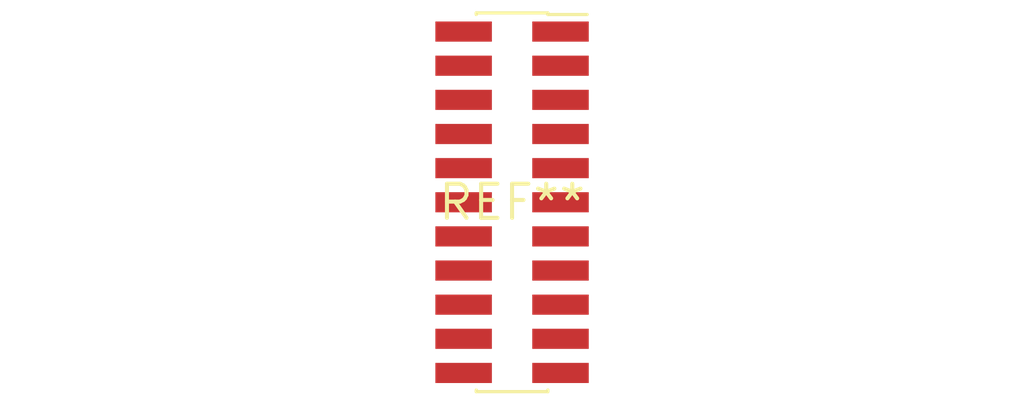
<source format=kicad_pcb>
(kicad_pcb (version 20240108) (generator pcbnew)
  (layers (0 "F.Cu" signal) (31 "B.Cu" signal) (34 "B.Paste" user) (35 "F.Paste" user) (36 "B.SilkS" user "B.Silkscreen") (37 "F.SilkS" user "F.Silkscreen") (38 "B.Mask" user) (39 "F.Mask" user) (44 "Edge.Cuts" user))
  (net 0 "")
  (footprint "PinSocket_2x11_P1.27mm_Vertical_SMD" (layer "F.Cu") (at 0 0)
    (property "Reference" "REF**")
    (property "Value" "PinSocket_2x11_P1.27mm_Vertical_SMD")
    (fp_line (start -1.33 -7.045) (end -1.33 -6.985) (layer "F.SilkS") (stroke (width 0.12)))
    (fp_line (start -1.33 -7.045) (end 1.33 -7.045) (layer "F.SilkS") (stroke (width 0.12)))
    (fp_line (start -1.33 6.985) (end -1.33 7.045) (layer "F.SilkS") (stroke (width 0.12)))
    (fp_line (start -1.33 7.045) (end 1.33 7.045) (layer "F.SilkS") (stroke (width 0.12)))
    (fp_line (start 1.33 -7.045) (end 1.33 -6.985) (layer "F.SilkS") (stroke (width 0.12)))
    (fp_line (start 1.33 -6.985) (end 2.79 -6.985) (layer "F.SilkS") (stroke (width 0.12)))
    (fp_line (start 1.33 6.985) (end 1.33 7.045) (layer "F.SilkS") (stroke (width 0.12)))
    (pad "1" smd rect (at 1.8 -6.35) (size 2.1 0.75) (layers "F.Cu" "F.Paste" "F.Mask"))
    (pad "2" smd rect (at -1.8 -6.35) (size 2.1 0.75) (layers "F.Cu" "F.Paste" "F.Mask"))
    (pad "3" smd rect (at 1.8 -5.08) (size 2.1 0.75) (layers "F.Cu" "F.Paste" "F.Mask"))
    (pad "4" smd rect (at -1.8 -5.08) (size 2.1 0.75) (layers "F.Cu" "F.Paste" "F.Mask"))
    (pad "5" smd rect (at 1.8 -3.81) (size 2.1 0.75) (layers "F.Cu" "F.Paste" "F.Mask"))
    (pad "6" smd rect (at -1.8 -3.81) (size 2.1 0.75) (layers "F.Cu" "F.Paste" "F.Mask"))
    (pad "7" smd rect (at 1.8 -2.54) (size 2.1 0.75) (layers "F.Cu" "F.Paste" "F.Mask"))
    (pad "8" smd rect (at -1.8 -2.54) (size 2.1 0.75) (layers "F.Cu" "F.Paste" "F.Mask"))
    (pad "9" smd rect (at 1.8 -1.27) (size 2.1 0.75) (layers "F.Cu" "F.Paste" "F.Mask"))
    (pad "10" smd rect (at -1.8 -1.27) (size 2.1 0.75) (layers "F.Cu" "F.Paste" "F.Mask"))
    (pad "11" smd rect (at 1.8 0) (size 2.1 0.75) (layers "F.Cu" "F.Paste" "F.Mask"))
    (pad "12" smd rect (at -1.8 0) (size 2.1 0.75) (layers "F.Cu" "F.Paste" "F.Mask"))
    (pad "13" smd rect (at 1.8 1.27) (size 2.1 0.75) (layers "F.Cu" "F.Paste" "F.Mask"))
    (pad "14" smd rect (at -1.8 1.27) (size 2.1 0.75) (layers "F.Cu" "F.Paste" "F.Mask"))
    (pad "15" smd rect (at 1.8 2.54) (size 2.1 0.75) (layers "F.Cu" "F.Paste" "F.Mask"))
    (pad "16" smd rect (at -1.8 2.54) (size 2.1 0.75) (layers "F.Cu" "F.Paste" "F.Mask"))
    (pad "17" smd rect (at 1.8 3.81) (size 2.1 0.75) (layers "F.Cu" "F.Paste" "F.Mask"))
    (pad "18" smd rect (at -1.8 3.81) (size 2.1 0.75) (layers "F.Cu" "F.Paste" "F.Mask"))
    (pad "19" smd rect (at 1.8 5.08) (size 2.1 0.75) (layers "F.Cu" "F.Paste" "F.Mask"))
    (pad "20" smd rect (at -1.8 5.08) (size 2.1 0.75) (layers "F.Cu" "F.Paste" "F.Mask"))
    (pad "21" smd rect (at 1.8 6.35) (size 2.1 0.75) (layers "F.Cu" "F.Paste" "F.Mask"))
    (pad "22" smd rect (at -1.8 6.35) (size 2.1 0.75) (layers "F.Cu" "F.Paste" "F.Mask"))
  )
)
</source>
